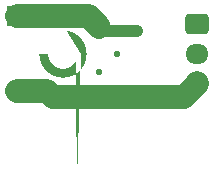
<source format=gbr>
%TF.GenerationSoftware,KiCad,Pcbnew,8.0.8*%
%TF.CreationDate,2025-02-19T21:31:31+11:00*%
%TF.ProjectId,Hotglue Switch,486f7467-6c75-4652-9053-77697463682e,rev?*%
%TF.SameCoordinates,Original*%
%TF.FileFunction,Copper,L2,Bot*%
%TF.FilePolarity,Positive*%
%FSLAX46Y46*%
G04 Gerber Fmt 4.6, Leading zero omitted, Abs format (unit mm)*
G04 Created by KiCad (PCBNEW 8.0.8) date 2025-02-19 21:31:31*
%MOMM*%
%LPD*%
G01*
G04 APERTURE LIST*
G04 Aperture macros list*
%AMRoundRect*
0 Rectangle with rounded corners*
0 $1 Rounding radius*
0 $2 $3 $4 $5 $6 $7 $8 $9 X,Y pos of 4 corners*
0 Add a 4 corners polygon primitive as box body*
4,1,4,$2,$3,$4,$5,$6,$7,$8,$9,$2,$3,0*
0 Add four circle primitives for the rounded corners*
1,1,$1+$1,$2,$3*
1,1,$1+$1,$4,$5*
1,1,$1+$1,$6,$7*
1,1,$1+$1,$8,$9*
0 Add four rect primitives between the rounded corners*
20,1,$1+$1,$2,$3,$4,$5,0*
20,1,$1+$1,$4,$5,$6,$7,0*
20,1,$1+$1,$6,$7,$8,$9,0*
20,1,$1+$1,$8,$9,$2,$3,0*%
%AMFreePoly0*
4,1,85,-1.240370,1.979643,-0.961535,1.918986,-0.694170,1.819264,-0.443718,1.682507,-0.215279,1.511499,-0.013501,1.309721,0.157507,1.081282,0.294264,0.830830,0.393986,0.563465,0.454643,0.284630,0.475000,0.000000,0.454643,-0.284630,0.393986,-0.563465,0.294264,-0.830830,0.157507,-1.081282,-0.013501,-1.309721,-0.215279,-1.511499,-0.443718,-1.682507,-0.694170,-1.819264,-0.961535,-1.918986,
-1.240370,-1.979643,-1.525000,-2.000000,-1.809630,-1.979643,-2.088465,-1.918986,-2.355830,-1.819264,-2.606282,-1.682507,-2.834721,-1.511499,-3.036499,-1.309721,-3.207507,-1.081282,-3.344264,-0.830830,-3.443986,-0.563465,-3.504643,-0.284630,-3.525000,0.000000,-2.779775,0.000000,-2.760712,-0.217889,-2.704103,-0.429158,-2.611667,-0.627388,-2.486213,-0.806554,-2.331554,-0.961213,-2.152388,-1.086667,
-1.954158,-1.179103,-1.742889,-1.235712,-1.525000,-1.254775,-1.307111,-1.235712,-1.095842,-1.179103,-0.897612,-1.086667,-0.718446,-0.961213,-0.563787,-0.806554,-0.438333,-0.627388,-0.345897,-0.429158,-0.289288,-0.217889,-0.271683,-0.016674,-0.275000,0.000000,-0.271683,0.016674,-0.289288,0.217889,-0.345897,0.429158,-0.438333,0.627387,-0.563787,0.806554,-0.718446,0.961213,-0.897612,1.086667,
-1.095842,1.179103,-1.307111,1.235712,-1.525000,1.254775,-1.742889,1.235712,-1.954158,1.179103,-2.152387,1.086667,-2.331554,0.961213,-2.486213,0.806554,-2.611667,0.627387,-2.704103,0.429158,-2.760712,0.217889,-2.779775,0.000000,-3.525000,0.000000,-3.504643,0.284630,-3.443986,0.563465,-3.344264,0.830830,-3.207507,1.081282,-3.036499,1.309721,-2.834721,1.511499,-2.606282,1.682507,
-2.355830,1.819264,-2.088465,1.918986,-1.809630,1.979643,-1.525000,2.000000,-1.240370,1.979643,-1.240370,1.979643,$1*%
G04 Aperture macros list end*
%TA.AperFunction,ComponentPad*%
%ADD10R,1.700000X1.700000*%
%TD*%
%TA.AperFunction,ComponentPad*%
%ADD11O,1.700000X1.700000*%
%TD*%
%TA.AperFunction,ComponentPad*%
%ADD12RoundRect,0.250000X-0.725000X0.600000X-0.725000X-0.600000X0.725000X-0.600000X0.725000X0.600000X0*%
%TD*%
%TA.AperFunction,ComponentPad*%
%ADD13O,1.950000X1.700000*%
%TD*%
%TA.AperFunction,SMDPad,CuDef*%
%ADD14C,0.550000*%
%TD*%
%TA.AperFunction,SMDPad,CuDef*%
%ADD15FreePoly0,180.000000*%
%TD*%
%TA.AperFunction,ViaPad*%
%ADD16C,0.800000*%
%TD*%
%TA.AperFunction,Conductor*%
%ADD17C,2.000000*%
%TD*%
%TA.AperFunction,Conductor*%
%ADD18C,1.000000*%
%TD*%
G04 APERTURE END LIST*
D10*
%TO.P,J8,1,Pin_1*%
%TO.N,/BATT SWITCH*%
X73655000Y-47625000D03*
%TO.P,J8,2,Pin_2*%
X76195000Y-47625000D03*
%TD*%
D11*
%TO.P,J9,1,Pin_1*%
%TO.N,-BATT*%
X73655000Y-53975000D03*
%TO.P,J9,2,Pin_2*%
X76195000Y-53975000D03*
%TD*%
D12*
%TO.P,J3,1,Pin_1*%
%TO.N,+BATT*%
X88900000Y-48300000D03*
D13*
%TO.P,J3,2,Pin_2*%
%TO.N,/3.7V*%
X88900000Y-50800000D03*
%TO.P,J3,3,Pin_3*%
%TO.N,-BATT*%
X88900000Y-53300000D03*
%TD*%
D14*
%TO.P,H4,1,1*%
%TO.N,/BATT SWITCH*%
X82170000Y-50800000D03*
X80645000Y-52325000D03*
X80645000Y-49275000D03*
D15*
X79120000Y-50800000D03*
%TD*%
D16*
%TO.N,/BATT SWITCH*%
X83820000Y-48895000D03*
%TD*%
D17*
%TO.N,/BATT SWITCH*%
X76195000Y-47625000D02*
X79720000Y-47625000D01*
X79720000Y-47625000D02*
X80645000Y-48550000D01*
D18*
X83820000Y-48895000D02*
X80990000Y-48895000D01*
X80990000Y-48895000D02*
X80645000Y-48550000D01*
D17*
X73655000Y-47625000D02*
X76195000Y-47625000D01*
%TO.N,-BATT*%
X76700000Y-54480000D02*
X76195000Y-53975000D01*
X87760000Y-54480000D02*
X76700000Y-54480000D01*
X76195000Y-53975000D02*
X73655000Y-53975000D01*
X88900000Y-53340000D02*
X87760000Y-54480000D01*
X88900000Y-53300000D02*
X88900000Y-53340000D01*
%TD*%
M02*

</source>
